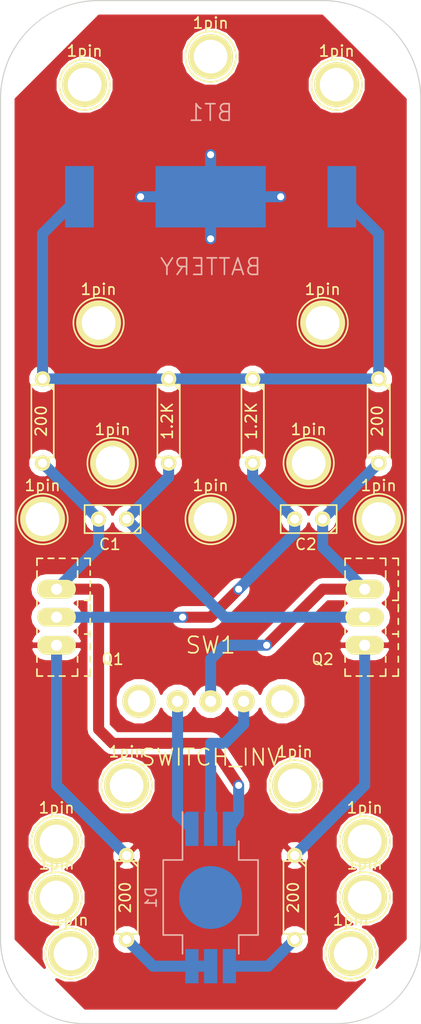
<source format=kicad_pcb>
(kicad_pcb (version 4) (host pcbnew "(2014-11-17 BZR 5289)-product")

  (general
    (links 24)
    (no_connects 0)
    (area 0 0 0 0)
    (thickness 1.6)
    (drawings 8)
    (tracks 64)
    (zones 0)
    (modules 31)
    (nets 11)
  )

  (page A4)
  (layers
    (0 F.Cu signal)
    (31 B.Cu signal)
    (32 B.Adhes user)
    (33 F.Adhes user)
    (34 B.Paste user)
    (35 F.Paste user)
    (36 B.SilkS user)
    (37 F.SilkS user)
    (38 B.Mask user)
    (39 F.Mask user)
    (40 Dwgs.User user)
    (41 Cmts.User user)
    (42 Eco1.User user)
    (43 Eco2.User user)
    (44 Edge.Cuts user)
    (45 Margin user)
    (46 B.CrtYd user)
    (47 F.CrtYd user)
    (48 B.Fab user)
    (49 F.Fab user)
  )

  (setup
    (last_trace_width 1)
    (user_trace_width 1)
    (trace_clearance 0.25)
    (zone_clearance 0.508)
    (zone_45_only no)
    (trace_min 0.254)
    (segment_width 0.2)
    (edge_width 0.1)
    (via_size 0.889)
    (via_drill 0.635)
    (via_min_size 0.889)
    (via_min_drill 0.508)
    (uvia_size 0.508)
    (uvia_drill 0.127)
    (uvias_allowed no)
    (uvia_min_size 0.508)
    (uvia_min_drill 0.127)
    (pcb_text_width 0.3)
    (pcb_text_size 1.5 1.5)
    (mod_edge_width 0.15)
    (mod_text_size 1 1)
    (mod_text_width 0.15)
    (pad_size 1.5 1.5)
    (pad_drill 0.6)
    (pad_to_mask_clearance 0)
    (aux_axis_origin 0 0)
    (visible_elements FFFFFF7F)
    (pcbplotparams
      (layerselection 0x00030_80000001)
      (usegerberextensions false)
      (excludeedgelayer true)
      (linewidth 0.100000)
      (plotframeref false)
      (viasonmask false)
      (mode 1)
      (useauxorigin false)
      (hpglpennumber 1)
      (hpglpenspeed 20)
      (hpglpendiameter 15)
      (hpglpenoverlay 2)
      (psnegative false)
      (psa4output false)
      (plotreference true)
      (plotvalue true)
      (plotinvisibletext false)
      (padsonsilk false)
      (subtractmaskfromsilk false)
      (outputformat 1)
      (mirror false)
      (drillshape 1)
      (scaleselection 1)
      (outputdirectory ""))
  )

  (net 0 "")
  (net 1 "Net-(BT1-Pad2)")
  (net 2 "Net-(BT1-Pad1)")
  (net 3 "Net-(C1-Pad1)")
  (net 4 "Net-(D1-PadBC)")
  (net 5 "Net-(D1-PadGC)")
  (net 6 "Net-(D1-PadRA)")
  (net 7 "Net-(D1-PadGA)")
  (net 8 "Net-(C1-Pad2)")
  (net 9 "Net-(C2-Pad2)")
  (net 10 "Net-(C2-Pad1)")

  (net_class Default "This is the default net class."
    (clearance 0.25)
    (trace_width 1)
    (via_dia 0.889)
    (via_drill 0.635)
    (uvia_dia 0.508)
    (uvia_drill 0.127)
    (add_net "Net-(BT1-Pad1)")
    (add_net "Net-(BT1-Pad2)")
    (add_net "Net-(C1-Pad1)")
    (add_net "Net-(C1-Pad2)")
    (add_net "Net-(C2-Pad1)")
    (add_net "Net-(C2-Pad2)")
    (add_net "Net-(D1-PadBC)")
    (add_net "Net-(D1-PadGA)")
    (add_net "Net-(D1-PadGC)")
    (add_net "Net-(D1-PadRA)")
  )

  (module cr2032:BC2003-CR2032 (layer B.Cu) (tedit 548EE840) (tstamp 548EEEC0)
    (at 153.67 36.83)
    (path /548F4998)
    (fp_text reference BT1 (at 0 -7.62) (layer B.SilkS)
      (effects (font (size 1.5 1.5) (thickness 0.15)) (justify mirror))
    )
    (fp_text value BATTERY (at 0 6.35) (layer B.SilkS)
      (effects (font (size 1.5 1.5) (thickness 0.15)) (justify mirror))
    )
    (pad 2 smd rect (at 0 0) (size 10 5.56) (layers B.Cu B.Paste B.Mask)
      (net 1 "Net-(BT1-Pad2)"))
    (pad 1 smd rect (at 11.9 0) (size 2.6 5.56) (layers B.Cu B.Paste B.Mask)
      (net 2 "Net-(BT1-Pad1)"))
    (pad 1 smd rect (at -11.9 0) (size 2.6 5.56) (layers B.Cu B.Paste B.Mask)
      (net 2 "Net-(BT1-Pad1)"))
  )

  (module Discret:C1 (layer F.Cu) (tedit 548EEE3A) (tstamp 548EEECB)
    (at 144.78 66.04 180)
    (descr "Condensateur e = 1 pas")
    (tags C)
    (path /548E48EF)
    (fp_text reference C1 (at 0.254 -2.286 180) (layer F.SilkS)
      (effects (font (size 1 1) (thickness 0.15)))
    )
    (fp_text value 100uF (at 0 -2.286 180) (layer F.SilkS) hide
      (effects (font (size 1 1) (thickness 0.15)))
    )
    (fp_line (start -2.4892 -1.27) (end 2.54 -1.27) (layer F.SilkS) (width 0.15))
    (fp_line (start 2.54 -1.27) (end 2.54 1.27) (layer F.SilkS) (width 0.15))
    (fp_line (start 2.54 1.27) (end -2.54 1.27) (layer F.SilkS) (width 0.15))
    (fp_line (start -2.54 1.27) (end -2.54 -1.27) (layer F.SilkS) (width 0.15))
    (fp_line (start -2.54 -0.635) (end -1.905 -1.27) (layer F.SilkS) (width 0.15))
    (pad 1 thru_hole circle (at -1.27 0 180) (size 1.397 1.397) (drill 0.8128) (layers *.Cu *.Mask F.SilkS)
      (net 3 "Net-(C1-Pad1)"))
    (pad 2 thru_hole circle (at 1.27 0 180) (size 1.397 1.397) (drill 0.8128) (layers *.Cu *.Mask F.SilkS)
      (net 8 "Net-(C1-Pad2)"))
    (model Discret/C1.wrl
      (at (xyz 0 0 0))
      (scale (xyz 1 1 1))
      (rotate (xyz 0 0 0))
    )
  )

  (module Discret:C1 (layer F.Cu) (tedit 548EEE3A) (tstamp 548EEED6)
    (at 162.56 66.04 180)
    (descr "Condensateur e = 1 pas")
    (tags C)
    (path /548E4921)
    (fp_text reference C2 (at 0.254 -2.286 180) (layer F.SilkS)
      (effects (font (size 1 1) (thickness 0.15)))
    )
    (fp_text value 100uF (at 0 -2.286 180) (layer F.SilkS) hide
      (effects (font (size 1 1) (thickness 0.15)))
    )
    (fp_line (start -2.4892 -1.27) (end 2.54 -1.27) (layer F.SilkS) (width 0.15))
    (fp_line (start 2.54 -1.27) (end 2.54 1.27) (layer F.SilkS) (width 0.15))
    (fp_line (start 2.54 1.27) (end -2.54 1.27) (layer F.SilkS) (width 0.15))
    (fp_line (start -2.54 1.27) (end -2.54 -1.27) (layer F.SilkS) (width 0.15))
    (fp_line (start -2.54 -0.635) (end -1.905 -1.27) (layer F.SilkS) (width 0.15))
    (pad 1 thru_hole circle (at -1.27 0 180) (size 1.397 1.397) (drill 0.8128) (layers *.Cu *.Mask F.SilkS)
      (net 10 "Net-(C2-Pad1)"))
    (pad 2 thru_hole circle (at 1.27 0 180) (size 1.397 1.397) (drill 0.8128) (layers *.Cu *.Mask F.SilkS)
      (net 9 "Net-(C2-Pad2)"))
    (model Discret/C1.wrl
      (at (xyz 0 0 0))
      (scale (xyz 1 1 1))
      (rotate (xyz 0 0 0))
    )
  )

  (module LEDs:LED_RGB_Getian_GT-P6PRGB4303 (layer B.Cu) (tedit 548EEE39) (tstamp 548EEEEC)
    (at 153.67 100.33 270)
    (descr https://www.gme.sk/img/cache/doc/518/177/vykonova-led-getian-gt-p6prgb4303-datasheet-1.pdf)
    (tags "LED RGB ")
    (path /548E520A)
    (fp_text reference D1 (at 0 5.4 270) (layer B.SilkS)
      (effects (font (size 1 1) (thickness 0.15)) (justify mirror))
    )
    (fp_text value LED_RGB (at 0 -5.45 270) (layer B.SilkS) hide
      (effects (font (size 1 1) (thickness 0.15)) (justify mirror))
    )
    (fp_line (start 3.4 4.3) (end -3.4 4.3) (layer B.SilkS) (width 0.15))
    (fp_line (start -5.1 -2.55) (end -3.4 -2.55) (layer B.SilkS) (width 0.15))
    (fp_line (start -3.4 -2.55) (end -3.4 -4.3) (layer B.SilkS) (width 0.15))
    (fp_line (start 3.4 -2.55) (end 3.4 -4.3) (layer B.SilkS) (width 0.15))
    (fp_line (start 3.4 -4.3) (end -3.4 -4.3) (layer B.SilkS) (width 0.15))
    (fp_line (start 5.1 -2.55) (end 3.4 -2.55) (layer B.SilkS) (width 0.15))
    (fp_line (start 4.7 2.55) (end 5.1 2.55) (layer B.SilkS) (width 0.15))
    (fp_line (start 3.4 4.3) (end 3.4 2.55) (layer B.SilkS) (width 0.15))
    (fp_line (start 3.4 2.55) (end 4.7 2.55) (layer B.SilkS) (width 0.15))
    (fp_line (start -3.4 4.3) (end -3.4 2.55) (layer B.SilkS) (width 0.15))
    (fp_line (start -7.75 2.55) (end -3.4 2.55) (layer B.SilkS) (width 0.15))
    (pad BC smd rect (at 6.225 -1.7 90) (size 3.1 1.2) (layers B.Cu B.Paste B.Mask)
      (net 4 "Net-(D1-PadBC)"))
    (pad GC smd rect (at 6.225 0 90) (size 3.1 1.2) (layers B.Cu B.Paste B.Mask)
      (net 5 "Net-(D1-PadGC)"))
    (pad RC smd rect (at 6.225 1.7 90) (size 3.1 1.2) (layers B.Cu B.Paste B.Mask)
      (net 5 "Net-(D1-PadGC)"))
    (pad PAD smd circle (at 0 0 270) (size 5.7 5.7) (layers B.Cu B.Paste B.Mask))
    (pad RA smd rect (at -6.225 1.7 270) (size 3.1 1.2) (layers B.Cu B.Paste B.Mask)
      (net 6 "Net-(D1-PadRA)"))
    (pad GA smd rect (at -6.225 0 270) (size 3.1 1.2) (layers B.Cu B.Paste B.Mask)
      (net 7 "Net-(D1-PadGA)"))
    (pad BA smd rect (at -6.225 -1.7 270) (size 3.1 1.2) (layers B.Cu B.Paste B.Mask)
      (net 8 "Net-(C1-Pad2)"))
  )

  (module Transistors_TO-220:TO-220_Neutral123_Vertical_MountedFromLS_LargePads (layer F.Cu) (tedit 548EFBBF) (tstamp 548EEF17)
    (at 139.7 74.93 270)
    (descr "TO-220, Neutral, Vertical, Mounted from LS, large Pads,")
    (tags "TO-220, Neutral, Vertical, Mounted from LS, large Pads,")
    (path /548E479B)
    (fp_text reference Q1 (at 3.81 -5.08 360) (layer F.SilkS)
      (effects (font (size 1 1) (thickness 0.15)))
    )
    (fp_text value 2N3904 (at 0 3.81 270) (layer F.SilkS) hide
      (effects (font (size 1 1) (thickness 0.15)))
    )
    (fp_line (start -3.556 1.778) (end -4.191 1.778) (layer F.SilkS) (width 0.15))
    (fp_line (start -1.016 1.778) (end -1.524 1.778) (layer F.SilkS) (width 0.15))
    (fp_line (start 1.524 1.778) (end 1.016 1.778) (layer F.SilkS) (width 0.15))
    (fp_line (start 1.016 -1.905) (end 1.524 -1.905) (layer F.SilkS) (width 0.15))
    (fp_line (start -1.524 -1.905) (end -1.016 -1.905) (layer F.SilkS) (width 0.15))
    (fp_line (start -3.81 -1.905) (end -3.556 -1.905) (layer F.SilkS) (width 0.15))
    (fp_line (start -1.524 -3.048) (end -1.524 -2.54) (layer F.SilkS) (width 0.15))
    (fp_line (start 1.524 -3.048) (end 1.524 -2.54) (layer F.SilkS) (width 0.15))
    (fp_line (start 4.699 -1.905) (end 5.334 -1.905) (layer F.SilkS) (width 0.15))
    (fp_line (start 3.556 -1.905) (end 4.064 -1.905) (layer F.SilkS) (width 0.15))
    (fp_line (start -4.699 -1.905) (end -5.334 -1.905) (layer F.SilkS) (width 0.15))
    (fp_line (start -3.81 -1.905) (end -4.191 -1.905) (layer F.SilkS) (width 0.15))
    (fp_line (start 4.699 -3.048) (end 5.334 -3.048) (layer F.SilkS) (width 0.15))
    (fp_line (start 3.556 -3.048) (end 4.064 -3.048) (layer F.SilkS) (width 0.15))
    (fp_line (start 2.413 -3.048) (end 2.921 -3.048) (layer F.SilkS) (width 0.15))
    (fp_line (start 1.27 -3.048) (end 1.778 -3.048) (layer F.SilkS) (width 0.15))
    (fp_line (start 0.127 -3.048) (end 0.635 -3.048) (layer F.SilkS) (width 0.15))
    (fp_line (start -1.143 -3.048) (end -0.508 -3.048) (layer F.SilkS) (width 0.15))
    (fp_line (start -2.286 -3.048) (end -1.651 -3.048) (layer F.SilkS) (width 0.15))
    (fp_line (start -3.302 -3.048) (end -2.794 -3.048) (layer F.SilkS) (width 0.15))
    (fp_line (start -4.191 -3.048) (end -3.81 -3.048) (layer F.SilkS) (width 0.15))
    (fp_line (start -5.334 -3.048) (end -4.699 -3.048) (layer F.SilkS) (width 0.15))
    (fp_line (start 5.334 1.27) (end 5.334 1.778) (layer F.SilkS) (width 0.15))
    (fp_line (start 5.334 0.254) (end 5.334 0.762) (layer F.SilkS) (width 0.15))
    (fp_line (start 5.334 -0.762) (end 5.334 -0.254) (layer F.SilkS) (width 0.15))
    (fp_line (start 5.334 -1.905) (end 5.334 -1.397) (layer F.SilkS) (width 0.15))
    (fp_line (start 5.334 -3.048) (end 5.334 -2.54) (layer F.SilkS) (width 0.15))
    (fp_line (start -5.334 -2.54) (end -5.334 -3.048) (layer F.SilkS) (width 0.15))
    (fp_line (start -5.334 -1.397) (end -5.334 -1.905) (layer F.SilkS) (width 0.15))
    (fp_line (start -5.334 -0.254) (end -5.334 -0.762) (layer F.SilkS) (width 0.15))
    (fp_line (start -5.334 0.762) (end -5.334 0.254) (layer F.SilkS) (width 0.15))
    (fp_line (start -5.334 1.778) (end -5.334 1.27) (layer F.SilkS) (width 0.15))
    (fp_line (start 4.699 1.778) (end 5.334 1.778) (layer F.SilkS) (width 0.15))
    (fp_line (start 3.556 1.778) (end 4.064 1.778) (layer F.SilkS) (width 0.15))
    (fp_line (start -5.334 1.778) (end -4.953 1.778) (layer F.SilkS) (width 0.15))
    (fp_line (start -4.953 1.778) (end -4.699 1.778) (layer F.SilkS) (width 0.15))
    (pad 2 thru_hole oval (at 0 0) (size 3.50012 1.69926) (drill 1.00076) (layers *.Cu *.Mask F.SilkS)
      (net 9 "Net-(C2-Pad2)"))
    (pad 3 thru_hole oval (at -2.54 0) (size 3.50012 1.69926) (drill 1.00076) (layers *.Cu *.Mask F.SilkS)
      (net 8 "Net-(C1-Pad2)"))
    (pad 1 thru_hole oval (at 2.54 0) (size 3.50012 1.69926) (drill 1.00076) (layers *.Cu *.Mask F.SilkS)
      (net 1 "Net-(BT1-Pad2)"))
    (model Transistors_TO-220/TO-220_Neutral123_Vertical_MountedFromLS_LargePads.wrl
      (at (xyz 0 0 0))
      (scale (xyz 0.3937 0.3937 0.3937))
      (rotate (xyz 0 0 0))
    )
  )

  (module Transistors_TO-220:TO-220_Neutral123_Vertical_MountedFromLS_LargePads (layer F.Cu) (tedit 548EFBB8) (tstamp 548EEF42)
    (at 167.64 74.93 270)
    (descr "TO-220, Neutral, Vertical, Mounted from LS, large Pads,")
    (tags "TO-220, Neutral, Vertical, Mounted from LS, large Pads,")
    (path /548E47FB)
    (fp_text reference Q2 (at 3.81 3.81 360) (layer F.SilkS)
      (effects (font (size 1 1) (thickness 0.15)))
    )
    (fp_text value 2N3904 (at 0 3.81 270) (layer F.SilkS) hide
      (effects (font (size 1 1) (thickness 0.15)))
    )
    (fp_line (start -3.556 1.778) (end -4.191 1.778) (layer F.SilkS) (width 0.15))
    (fp_line (start -1.016 1.778) (end -1.524 1.778) (layer F.SilkS) (width 0.15))
    (fp_line (start 1.524 1.778) (end 1.016 1.778) (layer F.SilkS) (width 0.15))
    (fp_line (start 1.016 -1.905) (end 1.524 -1.905) (layer F.SilkS) (width 0.15))
    (fp_line (start -1.524 -1.905) (end -1.016 -1.905) (layer F.SilkS) (width 0.15))
    (fp_line (start -3.81 -1.905) (end -3.556 -1.905) (layer F.SilkS) (width 0.15))
    (fp_line (start -1.524 -3.048) (end -1.524 -2.54) (layer F.SilkS) (width 0.15))
    (fp_line (start 1.524 -3.048) (end 1.524 -2.54) (layer F.SilkS) (width 0.15))
    (fp_line (start 4.699 -1.905) (end 5.334 -1.905) (layer F.SilkS) (width 0.15))
    (fp_line (start 3.556 -1.905) (end 4.064 -1.905) (layer F.SilkS) (width 0.15))
    (fp_line (start -4.699 -1.905) (end -5.334 -1.905) (layer F.SilkS) (width 0.15))
    (fp_line (start -3.81 -1.905) (end -4.191 -1.905) (layer F.SilkS) (width 0.15))
    (fp_line (start 4.699 -3.048) (end 5.334 -3.048) (layer F.SilkS) (width 0.15))
    (fp_line (start 3.556 -3.048) (end 4.064 -3.048) (layer F.SilkS) (width 0.15))
    (fp_line (start 2.413 -3.048) (end 2.921 -3.048) (layer F.SilkS) (width 0.15))
    (fp_line (start 1.27 -3.048) (end 1.778 -3.048) (layer F.SilkS) (width 0.15))
    (fp_line (start 0.127 -3.048) (end 0.635 -3.048) (layer F.SilkS) (width 0.15))
    (fp_line (start -1.143 -3.048) (end -0.508 -3.048) (layer F.SilkS) (width 0.15))
    (fp_line (start -2.286 -3.048) (end -1.651 -3.048) (layer F.SilkS) (width 0.15))
    (fp_line (start -3.302 -3.048) (end -2.794 -3.048) (layer F.SilkS) (width 0.15))
    (fp_line (start -4.191 -3.048) (end -3.81 -3.048) (layer F.SilkS) (width 0.15))
    (fp_line (start -5.334 -3.048) (end -4.699 -3.048) (layer F.SilkS) (width 0.15))
    (fp_line (start 5.334 1.27) (end 5.334 1.778) (layer F.SilkS) (width 0.15))
    (fp_line (start 5.334 0.254) (end 5.334 0.762) (layer F.SilkS) (width 0.15))
    (fp_line (start 5.334 -0.762) (end 5.334 -0.254) (layer F.SilkS) (width 0.15))
    (fp_line (start 5.334 -1.905) (end 5.334 -1.397) (layer F.SilkS) (width 0.15))
    (fp_line (start 5.334 -3.048) (end 5.334 -2.54) (layer F.SilkS) (width 0.15))
    (fp_line (start -5.334 -2.54) (end -5.334 -3.048) (layer F.SilkS) (width 0.15))
    (fp_line (start -5.334 -1.397) (end -5.334 -1.905) (layer F.SilkS) (width 0.15))
    (fp_line (start -5.334 -0.254) (end -5.334 -0.762) (layer F.SilkS) (width 0.15))
    (fp_line (start -5.334 0.762) (end -5.334 0.254) (layer F.SilkS) (width 0.15))
    (fp_line (start -5.334 1.778) (end -5.334 1.27) (layer F.SilkS) (width 0.15))
    (fp_line (start 4.699 1.778) (end 5.334 1.778) (layer F.SilkS) (width 0.15))
    (fp_line (start 3.556 1.778) (end 4.064 1.778) (layer F.SilkS) (width 0.15))
    (fp_line (start -5.334 1.778) (end -4.953 1.778) (layer F.SilkS) (width 0.15))
    (fp_line (start -4.953 1.778) (end -4.699 1.778) (layer F.SilkS) (width 0.15))
    (pad 2 thru_hole oval (at 0 0) (size 3.50012 1.69926) (drill 1.00076) (layers *.Cu *.Mask F.SilkS)
      (net 3 "Net-(C1-Pad1)"))
    (pad 3 thru_hole oval (at -2.54 0) (size 3.50012 1.69926) (drill 1.00076) (layers *.Cu *.Mask F.SilkS)
      (net 10 "Net-(C2-Pad1)"))
    (pad 1 thru_hole oval (at 2.54 0) (size 3.50012 1.69926) (drill 1.00076) (layers *.Cu *.Mask F.SilkS)
      (net 1 "Net-(BT1-Pad2)"))
    (model Transistors_TO-220/TO-220_Neutral123_Vertical_MountedFromLS_LargePads.wrl
      (at (xyz 0 0 0))
      (scale (xyz 0.3937 0.3937 0.3937))
      (rotate (xyz 0 0 0))
    )
  )

  (module Discret:R3 (layer F.Cu) (tedit 548EEE3A) (tstamp 548EF404)
    (at 138.43 57.15 270)
    (descr "Resitance 3 pas")
    (tags R)
    (path /548E4BA7)
    (autoplace_cost180 10)
    (fp_text reference R1 (at 0 0.127 270) (layer F.SilkS) hide
      (effects (font (size 1 1) (thickness 0.15)))
    )
    (fp_text value 200 (at 0 0.127 270) (layer F.SilkS)
      (effects (font (size 1 1) (thickness 0.15)))
    )
    (fp_line (start -3.81 0) (end -3.302 0) (layer F.SilkS) (width 0.15))
    (fp_line (start 3.81 0) (end 3.302 0) (layer F.SilkS) (width 0.15))
    (fp_line (start 3.302 0) (end 3.302 -1.016) (layer F.SilkS) (width 0.15))
    (fp_line (start 3.302 -1.016) (end -3.302 -1.016) (layer F.SilkS) (width 0.15))
    (fp_line (start -3.302 -1.016) (end -3.302 1.016) (layer F.SilkS) (width 0.15))
    (fp_line (start -3.302 1.016) (end 3.302 1.016) (layer F.SilkS) (width 0.15))
    (fp_line (start 3.302 1.016) (end 3.302 0) (layer F.SilkS) (width 0.15))
    (fp_line (start -3.302 -0.508) (end -2.794 -1.016) (layer F.SilkS) (width 0.15))
    (pad 1 thru_hole circle (at -3.81 0 270) (size 1.397 1.397) (drill 0.8128) (layers *.Cu *.Mask F.SilkS)
      (net 2 "Net-(BT1-Pad1)"))
    (pad 2 thru_hole circle (at 3.81 0 270) (size 1.397 1.397) (drill 0.8128) (layers *.Cu *.Mask F.SilkS)
      (net 8 "Net-(C1-Pad2)"))
    (model Discret/R3.wrl
      (at (xyz 0 0 0))
      (scale (xyz 0.3 0.3 0.3))
      (rotate (xyz 0 0 0))
    )
  )

  (module Discret:R3 (layer F.Cu) (tedit 548EEE3A) (tstamp 548EEF5E)
    (at 161.29 100.33 270)
    (descr "Resitance 3 pas")
    (tags R)
    (path /548E5516)
    (autoplace_cost180 10)
    (fp_text reference R2 (at 0 0.127 270) (layer F.SilkS) hide
      (effects (font (size 1 1) (thickness 0.15)))
    )
    (fp_text value 200 (at 0 0.127 270) (layer F.SilkS)
      (effects (font (size 1 1) (thickness 0.15)))
    )
    (fp_line (start -3.81 0) (end -3.302 0) (layer F.SilkS) (width 0.15))
    (fp_line (start 3.81 0) (end 3.302 0) (layer F.SilkS) (width 0.15))
    (fp_line (start 3.302 0) (end 3.302 -1.016) (layer F.SilkS) (width 0.15))
    (fp_line (start 3.302 -1.016) (end -3.302 -1.016) (layer F.SilkS) (width 0.15))
    (fp_line (start -3.302 -1.016) (end -3.302 1.016) (layer F.SilkS) (width 0.15))
    (fp_line (start -3.302 1.016) (end 3.302 1.016) (layer F.SilkS) (width 0.15))
    (fp_line (start 3.302 1.016) (end 3.302 0) (layer F.SilkS) (width 0.15))
    (fp_line (start -3.302 -0.508) (end -2.794 -1.016) (layer F.SilkS) (width 0.15))
    (pad 1 thru_hole circle (at -3.81 0 270) (size 1.397 1.397) (drill 0.8128) (layers *.Cu *.Mask F.SilkS)
      (net 1 "Net-(BT1-Pad2)"))
    (pad 2 thru_hole circle (at 3.81 0 270) (size 1.397 1.397) (drill 0.8128) (layers *.Cu *.Mask F.SilkS)
      (net 4 "Net-(D1-PadBC)"))
    (model Discret/R3.wrl
      (at (xyz 0 0 0))
      (scale (xyz 0.3 0.3 0.3))
      (rotate (xyz 0 0 0))
    )
  )

  (module Discret:R3 (layer F.Cu) (tedit 548EEE3A) (tstamp 548EEF6C)
    (at 149.86 57.15 270)
    (descr "Resitance 3 pas")
    (tags R)
    (path /548E496A)
    (autoplace_cost180 10)
    (fp_text reference R3 (at 0 0.127 270) (layer F.SilkS) hide
      (effects (font (size 1 1) (thickness 0.15)))
    )
    (fp_text value 1.2K (at 0 0.127 270) (layer F.SilkS)
      (effects (font (size 1 1) (thickness 0.15)))
    )
    (fp_line (start -3.81 0) (end -3.302 0) (layer F.SilkS) (width 0.15))
    (fp_line (start 3.81 0) (end 3.302 0) (layer F.SilkS) (width 0.15))
    (fp_line (start 3.302 0) (end 3.302 -1.016) (layer F.SilkS) (width 0.15))
    (fp_line (start 3.302 -1.016) (end -3.302 -1.016) (layer F.SilkS) (width 0.15))
    (fp_line (start -3.302 -1.016) (end -3.302 1.016) (layer F.SilkS) (width 0.15))
    (fp_line (start -3.302 1.016) (end 3.302 1.016) (layer F.SilkS) (width 0.15))
    (fp_line (start 3.302 1.016) (end 3.302 0) (layer F.SilkS) (width 0.15))
    (fp_line (start -3.302 -0.508) (end -2.794 -1.016) (layer F.SilkS) (width 0.15))
    (pad 1 thru_hole circle (at -3.81 0 270) (size 1.397 1.397) (drill 0.8128) (layers *.Cu *.Mask F.SilkS)
      (net 2 "Net-(BT1-Pad1)"))
    (pad 2 thru_hole circle (at 3.81 0 270) (size 1.397 1.397) (drill 0.8128) (layers *.Cu *.Mask F.SilkS)
      (net 3 "Net-(C1-Pad1)"))
    (model Discret/R3.wrl
      (at (xyz 0 0 0))
      (scale (xyz 0.3 0.3 0.3))
      (rotate (xyz 0 0 0))
    )
  )

  (module Discret:R3 (layer F.Cu) (tedit 548EEE3A) (tstamp 548EEF7A)
    (at 157.48 57.15 270)
    (descr "Resitance 3 pas")
    (tags R)
    (path /548E4B2E)
    (autoplace_cost180 10)
    (fp_text reference R4 (at 0 0.127 270) (layer F.SilkS) hide
      (effects (font (size 1 1) (thickness 0.15)))
    )
    (fp_text value 1.2K (at 0 0.127 270) (layer F.SilkS)
      (effects (font (size 1 1) (thickness 0.15)))
    )
    (fp_line (start -3.81 0) (end -3.302 0) (layer F.SilkS) (width 0.15))
    (fp_line (start 3.81 0) (end 3.302 0) (layer F.SilkS) (width 0.15))
    (fp_line (start 3.302 0) (end 3.302 -1.016) (layer F.SilkS) (width 0.15))
    (fp_line (start 3.302 -1.016) (end -3.302 -1.016) (layer F.SilkS) (width 0.15))
    (fp_line (start -3.302 -1.016) (end -3.302 1.016) (layer F.SilkS) (width 0.15))
    (fp_line (start -3.302 1.016) (end 3.302 1.016) (layer F.SilkS) (width 0.15))
    (fp_line (start 3.302 1.016) (end 3.302 0) (layer F.SilkS) (width 0.15))
    (fp_line (start -3.302 -0.508) (end -2.794 -1.016) (layer F.SilkS) (width 0.15))
    (pad 1 thru_hole circle (at -3.81 0 270) (size 1.397 1.397) (drill 0.8128) (layers *.Cu *.Mask F.SilkS)
      (net 2 "Net-(BT1-Pad1)"))
    (pad 2 thru_hole circle (at 3.81 0 270) (size 1.397 1.397) (drill 0.8128) (layers *.Cu *.Mask F.SilkS)
      (net 9 "Net-(C2-Pad2)"))
    (model Discret/R3.wrl
      (at (xyz 0 0 0))
      (scale (xyz 0.3 0.3 0.3))
      (rotate (xyz 0 0 0))
    )
  )

  (module Discret:R3 (layer F.Cu) (tedit 548EEE3A) (tstamp 548EEF88)
    (at 146.05 100.33 270)
    (descr "Resitance 3 pas")
    (tags R)
    (path /548E5495)
    (autoplace_cost180 10)
    (fp_text reference R5 (at 0 0.127 270) (layer F.SilkS) hide
      (effects (font (size 1 1) (thickness 0.15)))
    )
    (fp_text value 200 (at 0 0.127 270) (layer F.SilkS)
      (effects (font (size 1 1) (thickness 0.15)))
    )
    (fp_line (start -3.81 0) (end -3.302 0) (layer F.SilkS) (width 0.15))
    (fp_line (start 3.81 0) (end 3.302 0) (layer F.SilkS) (width 0.15))
    (fp_line (start 3.302 0) (end 3.302 -1.016) (layer F.SilkS) (width 0.15))
    (fp_line (start 3.302 -1.016) (end -3.302 -1.016) (layer F.SilkS) (width 0.15))
    (fp_line (start -3.302 -1.016) (end -3.302 1.016) (layer F.SilkS) (width 0.15))
    (fp_line (start -3.302 1.016) (end 3.302 1.016) (layer F.SilkS) (width 0.15))
    (fp_line (start 3.302 1.016) (end 3.302 0) (layer F.SilkS) (width 0.15))
    (fp_line (start -3.302 -0.508) (end -2.794 -1.016) (layer F.SilkS) (width 0.15))
    (pad 1 thru_hole circle (at -3.81 0 270) (size 1.397 1.397) (drill 0.8128) (layers *.Cu *.Mask F.SilkS)
      (net 1 "Net-(BT1-Pad2)"))
    (pad 2 thru_hole circle (at 3.81 0 270) (size 1.397 1.397) (drill 0.8128) (layers *.Cu *.Mask F.SilkS)
      (net 5 "Net-(D1-PadGC)"))
    (model Discret/R3.wrl
      (at (xyz 0 0 0))
      (scale (xyz 0.3 0.3 0.3))
      (rotate (xyz 0 0 0))
    )
  )

  (module Discret:R3 (layer F.Cu) (tedit 548EEE3A) (tstamp 548EEF96)
    (at 168.91 57.15 270)
    (descr "Resitance 3 pas")
    (tags R)
    (path /548E4B71)
    (autoplace_cost180 10)
    (fp_text reference R6 (at 0 0.127 270) (layer F.SilkS) hide
      (effects (font (size 1 1) (thickness 0.15)))
    )
    (fp_text value 200 (at 0 0.127 270) (layer F.SilkS)
      (effects (font (size 1 1) (thickness 0.15)))
    )
    (fp_line (start -3.81 0) (end -3.302 0) (layer F.SilkS) (width 0.15))
    (fp_line (start 3.81 0) (end 3.302 0) (layer F.SilkS) (width 0.15))
    (fp_line (start 3.302 0) (end 3.302 -1.016) (layer F.SilkS) (width 0.15))
    (fp_line (start 3.302 -1.016) (end -3.302 -1.016) (layer F.SilkS) (width 0.15))
    (fp_line (start -3.302 -1.016) (end -3.302 1.016) (layer F.SilkS) (width 0.15))
    (fp_line (start -3.302 1.016) (end 3.302 1.016) (layer F.SilkS) (width 0.15))
    (fp_line (start 3.302 1.016) (end 3.302 0) (layer F.SilkS) (width 0.15))
    (fp_line (start -3.302 -0.508) (end -2.794 -1.016) (layer F.SilkS) (width 0.15))
    (pad 1 thru_hole circle (at -3.81 0 270) (size 1.397 1.397) (drill 0.8128) (layers *.Cu *.Mask F.SilkS)
      (net 2 "Net-(BT1-Pad1)"))
    (pad 2 thru_hole circle (at 3.81 0 270) (size 1.397 1.397) (drill 0.8128) (layers *.Cu *.Mask F.SilkS)
      (net 10 "Net-(C2-Pad1)"))
    (model Discret/R3.wrl
      (at (xyz 0 0 0))
      (scale (xyz 0.3 0.3 0.3))
      (rotate (xyz 0 0 0))
    )
  )

  (module cr2032:SWITCH3P (layer F.Cu) (tedit 548EEC9B) (tstamp 548EEF9F)
    (at 153.67 82.55)
    (path /548E57F2)
    (fp_text reference SW1 (at 0 -5.08) (layer F.SilkS)
      (effects (font (size 1.5 1.5) (thickness 0.15)))
    )
    (fp_text value SWITCH_INV (at 0 5.08) (layer F.SilkS)
      (effects (font (size 1.5 1.5) (thickness 0.15)))
    )
    (pad 1 thru_hole circle (at -3 0) (size 2 2) (drill 1) (layers *.Cu *.Mask F.SilkS)
      (net 6 "Net-(D1-PadRA)"))
    (pad 2 thru_hole circle (at 0 0) (size 2 2) (drill 1) (layers *.Cu *.Mask F.SilkS)
      (net 10 "Net-(C2-Pad1)"))
    (pad 3 thru_hole circle (at 3 0) (size 2 2) (drill 1) (layers *.Cu *.Mask F.SilkS)
      (net 7 "Net-(D1-PadGA)"))
    (pad "" thru_hole circle (at 6.5 0) (size 3 3) (drill 2) (layers *.Cu *.Mask F.SilkS))
    (pad "" thru_hole circle (at -6.5 0) (size 3 3) (drill 2) (layers *.Cu *.Mask F.SilkS))
  )

  (module Connect:1pin (layer F.Cu) (tedit 548EFD23) (tstamp 548EFD23)
    (at 139.7 100.33)
    (descr "module 1 pin (ou trou mecanique de percage)")
    (tags DEV)
    (fp_text reference 1pin (at 0 -3.048) (layer F.SilkS)
      (effects (font (size 1 1) (thickness 0.15)))
    )
    (fp_text value VAL** (at 0 2.794) (layer F.SilkS) hide
      (effects (font (size 1 1) (thickness 0.15)))
    )
    (fp_circle (center 0 0) (end 0 -2.286) (layer F.SilkS) (width 0.15))
    (pad 1 thru_hole circle (at 0 0) (size 4.064 4.064) (drill 3.048) (layers *.Cu *.Mask F.SilkS))
  )

  (module Connect:1pin (layer F.Cu) (tedit 548EFD66) (tstamp 548EFD66)
    (at 167.64 100.33)
    (descr "module 1 pin (ou trou mecanique de percage)")
    (tags DEV)
    (fp_text reference 1pin (at 0 -3.048) (layer F.SilkS)
      (effects (font (size 1 1) (thickness 0.15)))
    )
    (fp_text value VAL** (at 0 2.794) (layer F.SilkS) hide
      (effects (font (size 1 1) (thickness 0.15)))
    )
    (fp_circle (center 0 0) (end 0 -2.286) (layer F.SilkS) (width 0.15))
    (pad 1 thru_hole circle (at 0 0) (size 4.064 4.064) (drill 3.048) (layers *.Cu *.Mask F.SilkS))
  )

  (module Connect:1pin (layer F.Cu) (tedit 548EFD7C) (tstamp 548EFD7C)
    (at 142.24 26.67)
    (descr "module 1 pin (ou trou mecanique de percage)")
    (tags DEV)
    (fp_text reference 1pin (at 0 -3.048) (layer F.SilkS)
      (effects (font (size 1 1) (thickness 0.15)))
    )
    (fp_text value VAL** (at 0 2.794) (layer F.SilkS) hide
      (effects (font (size 1 1) (thickness 0.15)))
    )
    (fp_circle (center 0 0) (end 0 -2.286) (layer F.SilkS) (width 0.15))
    (pad 1 thru_hole circle (at 0 0) (size 4.064 4.064) (drill 3.048) (layers *.Cu *.Mask F.SilkS))
  )

  (module Connect:1pin (layer F.Cu) (tedit 548EFD89) (tstamp 548EFD89)
    (at 165.1 26.67)
    (descr "module 1 pin (ou trou mecanique de percage)")
    (tags DEV)
    (fp_text reference 1pin (at 0 -3.048) (layer F.SilkS)
      (effects (font (size 1 1) (thickness 0.15)))
    )
    (fp_text value VAL** (at 0 2.794) (layer F.SilkS) hide
      (effects (font (size 1 1) (thickness 0.15)))
    )
    (fp_circle (center 0 0) (end 0 -2.286) (layer F.SilkS) (width 0.15))
    (pad 1 thru_hole circle (at 0 0) (size 4.064 4.064) (drill 3.048) (layers *.Cu *.Mask F.SilkS))
  )

  (module Connect:1pin (layer F.Cu) (tedit 548EFD95) (tstamp 548EFD95)
    (at 153.67 24.13)
    (descr "module 1 pin (ou trou mecanique de percage)")
    (tags DEV)
    (fp_text reference 1pin (at 0 -3.048) (layer F.SilkS)
      (effects (font (size 1 1) (thickness 0.15)))
    )
    (fp_text value VAL** (at 0 2.794) (layer F.SilkS) hide
      (effects (font (size 1 1) (thickness 0.15)))
    )
    (fp_circle (center 0 0) (end 0 -2.286) (layer F.SilkS) (width 0.15))
    (pad 1 thru_hole circle (at 0 0) (size 4.064 4.064) (drill 3.048) (layers *.Cu *.Mask F.SilkS))
  )

  (module Connect:1pin (layer F.Cu) (tedit 548EFDAC) (tstamp 548EFDAC)
    (at 139.7 95.25)
    (descr "module 1 pin (ou trou mecanique de percage)")
    (tags DEV)
    (fp_text reference 1pin (at 0 -3.048) (layer F.SilkS)
      (effects (font (size 1 1) (thickness 0.15)))
    )
    (fp_text value VAL** (at 0 2.794) (layer F.SilkS) hide
      (effects (font (size 1 1) (thickness 0.15)))
    )
    (fp_circle (center 0 0) (end 0 -2.286) (layer F.SilkS) (width 0.15))
    (pad 1 thru_hole circle (at 0 0) (size 4.064 4.064) (drill 3.048) (layers *.Cu *.Mask F.SilkS))
  )

  (module Connect:1pin (layer F.Cu) (tedit 548EFDC8) (tstamp 548EFDC8)
    (at 167.64 95.25)
    (descr "module 1 pin (ou trou mecanique de percage)")
    (tags DEV)
    (fp_text reference 1pin (at 0 -3.048) (layer F.SilkS)
      (effects (font (size 1 1) (thickness 0.15)))
    )
    (fp_text value VAL** (at 0 2.794) (layer F.SilkS) hide
      (effects (font (size 1 1) (thickness 0.15)))
    )
    (fp_circle (center 0 0) (end 0 -2.286) (layer F.SilkS) (width 0.15))
    (pad 1 thru_hole circle (at 0 0) (size 4.064 4.064) (drill 3.048) (layers *.Cu *.Mask F.SilkS))
  )

  (module Connect:1pin (layer F.Cu) (tedit 548EFDCD) (tstamp 548EFDCE)
    (at 166.37 105.41)
    (descr "module 1 pin (ou trou mecanique de percage)")
    (tags DEV)
    (fp_text reference 1pin (at 0 -3.048) (layer F.SilkS)
      (effects (font (size 1 1) (thickness 0.15)))
    )
    (fp_text value VAL** (at 0 2.794) (layer F.SilkS) hide
      (effects (font (size 1 1) (thickness 0.15)))
    )
    (fp_circle (center 0 0) (end 0 -2.286) (layer F.SilkS) (width 0.15))
    (pad 1 thru_hole circle (at 0 0) (size 4.064 4.064) (drill 3.048) (layers *.Cu *.Mask F.SilkS))
  )

  (module Connect:1pin (layer F.Cu) (tedit 548EFDD3) (tstamp 548EFDD4)
    (at 140.97 105.41)
    (descr "module 1 pin (ou trou mecanique de percage)")
    (tags DEV)
    (fp_text reference 1pin (at 0 -3.048) (layer F.SilkS)
      (effects (font (size 1 1) (thickness 0.15)))
    )
    (fp_text value VAL** (at 0 2.794) (layer F.SilkS) hide
      (effects (font (size 1 1) (thickness 0.15)))
    )
    (fp_circle (center 0 0) (end 0 -2.286) (layer F.SilkS) (width 0.15))
    (pad 1 thru_hole circle (at 0 0) (size 4.064 4.064) (drill 3.048) (layers *.Cu *.Mask F.SilkS))
  )

  (module Connect:1pin (layer F.Cu) (tedit 548EFE22) (tstamp 548EFE22)
    (at 146.05 90.17)
    (descr "module 1 pin (ou trou mecanique de percage)")
    (tags DEV)
    (fp_text reference 1pin (at 0 -3.048) (layer F.SilkS)
      (effects (font (size 1 1) (thickness 0.15)))
    )
    (fp_text value VAL** (at 0 2.794) (layer F.SilkS) hide
      (effects (font (size 1 1) (thickness 0.15)))
    )
    (fp_circle (center 0 0) (end 0 -2.286) (layer F.SilkS) (width 0.15))
    (pad 1 thru_hole circle (at 0 0) (size 4.064 4.064) (drill 3.048) (layers *.Cu *.Mask F.SilkS))
  )

  (module Connect:1pin (layer F.Cu) (tedit 548EFE29) (tstamp 548EFE29)
    (at 161.29 90.17)
    (descr "module 1 pin (ou trou mecanique de percage)")
    (tags DEV)
    (fp_text reference 1pin (at 0 -3.048) (layer F.SilkS)
      (effects (font (size 1 1) (thickness 0.15)))
    )
    (fp_text value VAL** (at 0 2.794) (layer F.SilkS) hide
      (effects (font (size 1 1) (thickness 0.15)))
    )
    (fp_circle (center 0 0) (end 0 -2.286) (layer F.SilkS) (width 0.15))
    (pad 1 thru_hole circle (at 0 0) (size 4.064 4.064) (drill 3.048) (layers *.Cu *.Mask F.SilkS))
  )

  (module Connect:1pin (layer F.Cu) (tedit 548EFE69) (tstamp 548EFE69)
    (at 162.56 60.96)
    (descr "module 1 pin (ou trou mecanique de percage)")
    (tags DEV)
    (fp_text reference 1pin (at 0 -3.048) (layer F.SilkS)
      (effects (font (size 1 1) (thickness 0.15)))
    )
    (fp_text value VAL** (at 0 2.794) (layer F.SilkS) hide
      (effects (font (size 1 1) (thickness 0.15)))
    )
    (fp_circle (center 0 0) (end 0 -2.286) (layer F.SilkS) (width 0.15))
    (pad 1 thru_hole circle (at 0 0) (size 4.064 4.064) (drill 3.048) (layers *.Cu *.Mask F.SilkS))
  )

  (module Connect:1pin (layer F.Cu) (tedit 548EFE6F) (tstamp 548EFE6F)
    (at 144.78 60.96)
    (descr "module 1 pin (ou trou mecanique de percage)")
    (tags DEV)
    (fp_text reference 1pin (at 0 -3.048) (layer F.SilkS)
      (effects (font (size 1 1) (thickness 0.15)))
    )
    (fp_text value VAL** (at 0 2.794) (layer F.SilkS) hide
      (effects (font (size 1 1) (thickness 0.15)))
    )
    (fp_circle (center 0 0) (end 0 -2.286) (layer F.SilkS) (width 0.15))
    (pad 1 thru_hole circle (at 0 0) (size 4.064 4.064) (drill 3.048) (layers *.Cu *.Mask F.SilkS))
  )

  (module Connect:1pin (layer F.Cu) (tedit 548EFE7B) (tstamp 548EFE7B)
    (at 153.67 66.04)
    (descr "module 1 pin (ou trou mecanique de percage)")
    (tags DEV)
    (fp_text reference 1pin (at 0 -3.048) (layer F.SilkS)
      (effects (font (size 1 1) (thickness 0.15)))
    )
    (fp_text value VAL** (at 0 2.794) (layer F.SilkS) hide
      (effects (font (size 1 1) (thickness 0.15)))
    )
    (fp_circle (center 0 0) (end 0 -2.286) (layer F.SilkS) (width 0.15))
    (pad 1 thru_hole circle (at 0 0) (size 4.064 4.064) (drill 3.048) (layers *.Cu *.Mask F.SilkS))
  )

  (module Connect:1pin (layer F.Cu) (tedit 548EFE8B) (tstamp 548EFE8B)
    (at 163.83 48.26)
    (descr "module 1 pin (ou trou mecanique de percage)")
    (tags DEV)
    (fp_text reference 1pin (at 0 -3.048) (layer F.SilkS)
      (effects (font (size 1 1) (thickness 0.15)))
    )
    (fp_text value VAL** (at 0 2.794) (layer F.SilkS) hide
      (effects (font (size 1 1) (thickness 0.15)))
    )
    (fp_circle (center 0 0) (end 0 -2.286) (layer F.SilkS) (width 0.15))
    (pad 1 thru_hole circle (at 0 0) (size 4.064 4.064) (drill 3.048) (layers *.Cu *.Mask F.SilkS))
  )

  (module Connect:1pin (layer F.Cu) (tedit 548EFE90) (tstamp 548EFE91)
    (at 143.51 48.26)
    (descr "module 1 pin (ou trou mecanique de percage)")
    (tags DEV)
    (fp_text reference 1pin (at 0 -3.048) (layer F.SilkS)
      (effects (font (size 1 1) (thickness 0.15)))
    )
    (fp_text value VAL** (at 0 2.794) (layer F.SilkS) hide
      (effects (font (size 1 1) (thickness 0.15)))
    )
    (fp_circle (center 0 0) (end 0 -2.286) (layer F.SilkS) (width 0.15))
    (pad 1 thru_hole circle (at 0 0) (size 4.064 4.064) (drill 3.048) (layers *.Cu *.Mask F.SilkS))
  )

  (module Connect:1pin (layer F.Cu) (tedit 548EFEB1) (tstamp 548EFEB1)
    (at 138.43 66.04)
    (descr "module 1 pin (ou trou mecanique de percage)")
    (tags DEV)
    (fp_text reference 1pin (at 0 -3.048) (layer F.SilkS)
      (effects (font (size 1 1) (thickness 0.15)))
    )
    (fp_text value VAL** (at 0 2.794) (layer F.SilkS) hide
      (effects (font (size 1 1) (thickness 0.15)))
    )
    (fp_circle (center 0 0) (end 0 -2.286) (layer F.SilkS) (width 0.15))
    (pad 1 thru_hole circle (at 0 0) (size 4.064 4.064) (drill 3.048) (layers *.Cu *.Mask F.SilkS))
  )

  (module Connect:1pin (layer F.Cu) (tedit 548EFEB7) (tstamp 548EFEB7)
    (at 168.91 66.04)
    (descr "module 1 pin (ou trou mecanique de percage)")
    (tags DEV)
    (fp_text reference 1pin (at 0 -3.048) (layer F.SilkS)
      (effects (font (size 1 1) (thickness 0.15)))
    )
    (fp_text value VAL** (at 0 2.794) (layer F.SilkS) hide
      (effects (font (size 1 1) (thickness 0.15)))
    )
    (fp_circle (center 0 0) (end 0 -2.286) (layer F.SilkS) (width 0.15))
    (pad 1 thru_hole circle (at 0 0) (size 4.064 4.064) (drill 3.048) (layers *.Cu *.Mask F.SilkS))
  )

  (gr_line (start 134.62 104.14) (end 134.62 27.94) (angle 90) (layer Edge.Cuts) (width 0.1))
  (gr_line (start 165.1 111.76) (end 142.24 111.76) (angle 90) (layer Edge.Cuts) (width 0.1))
  (gr_arc (start 142.24 104.14) (end 142.24 111.76) (angle 90) (layer Edge.Cuts) (width 0.1))
  (gr_arc (start 165.1 104.14) (end 172.72 104.14) (angle 90) (layer Edge.Cuts) (width 0.1))
  (gr_line (start 172.72 27.94) (end 172.72 104.14) (angle 90) (layer Edge.Cuts) (width 0.1))
  (gr_line (start 163.83 19.05) (end 143.51 19.05) (angle 90) (layer Edge.Cuts) (width 0.1))
  (gr_arc (start 143.51 27.94) (end 134.62 27.94) (angle 90) (layer Edge.Cuts) (width 0.1))
  (gr_arc (start 163.83 27.94) (end 163.83 19.05) (angle 90) (layer Edge.Cuts) (width 0.1))

  (segment (start 153.67 36.83) (end 147.32 36.83) (width 1) (layer B.Cu) (net 1))
  (via (at 147.32 36.83) (size 0.889) (layers F.Cu B.Cu) (net 1))
  (segment (start 153.67 36.83) (end 153.67 40.64) (width 1) (layer B.Cu) (net 1))
  (via (at 153.67 40.64) (size 0.889) (layers F.Cu B.Cu) (net 1))
  (segment (start 153.67 36.83) (end 160.02 36.83) (width 1) (layer B.Cu) (net 1))
  (via (at 160.02 36.83) (size 0.889) (layers F.Cu B.Cu) (net 1))
  (segment (start 153.67 36.83) (end 153.67 33.02) (width 1) (layer B.Cu) (net 1))
  (via (at 153.67 33.02) (size 0.889) (layers F.Cu B.Cu) (net 1))
  (segment (start 167.64 77.47) (end 167.64 90.17) (width 1) (layer B.Cu) (net 1))
  (segment (start 167.64 90.17) (end 161.29 96.52) (width 1) (layer B.Cu) (net 1) (tstamp 548EF821))
  (segment (start 139.7 77.47) (end 139.7 90.17) (width 1) (layer B.Cu) (net 1))
  (segment (start 139.7 90.17) (end 146.05 96.52) (width 1) (layer B.Cu) (net 1) (tstamp 548EF81D))
  (segment (start 141.77 36.83) (end 138.43 40.17) (width 1) (layer B.Cu) (net 2))
  (segment (start 138.43 40.17) (end 138.43 53.34) (width 1) (layer B.Cu) (net 2) (tstamp 548EF8AA))
  (segment (start 165.57 36.83) (end 168.91 40.17) (width 1) (layer B.Cu) (net 2))
  (segment (start 168.91 40.17) (end 168.91 53.34) (width 1) (layer B.Cu) (net 2) (tstamp 548EF8A7))
  (segment (start 149.86 53.34) (end 138.43 53.34) (width 1) (layer B.Cu) (net 2))
  (segment (start 157.48 53.34) (end 149.86 53.34) (width 1) (layer B.Cu) (net 2))
  (segment (start 168.91 53.34) (end 157.48 53.34) (width 1) (layer B.Cu) (net 2))
  (segment (start 146.05 66.04) (end 154.94 74.93) (width 1) (layer B.Cu) (net 3))
  (segment (start 154.94 74.93) (end 167.64 74.93) (width 1) (layer B.Cu) (net 3) (tstamp 548EF812))
  (segment (start 149.86 60.96) (end 149.86 62.23) (width 1) (layer B.Cu) (net 3))
  (segment (start 149.86 62.23) (end 146.05 66.04) (width 1) (layer B.Cu) (net 3) (tstamp 548EF80C))
  (segment (start 161.29 104.14) (end 158.875 106.555) (width 1) (layer B.Cu) (net 4))
  (segment (start 158.875 106.555) (end 155.37 106.555) (width 1) (layer B.Cu) (net 4) (tstamp 548EFA35))
  (segment (start 153.67 106.555) (end 151.97 106.555) (width 1) (layer B.Cu) (net 5))
  (segment (start 146.05 104.14) (end 148.465 106.555) (width 1) (layer B.Cu) (net 5))
  (segment (start 148.465 106.555) (end 151.97 106.555) (width 1) (layer B.Cu) (net 5) (tstamp 548EF86D))
  (segment (start 151.97 94.105) (end 150.67 92.805) (width 1) (layer B.Cu) (net 6))
  (segment (start 150.67 92.805) (end 150.67 82.55) (width 1) (layer B.Cu) (net 6) (tstamp 548EF9C0))
  (segment (start 153.67 94.105) (end 153.67 86.36) (width 1) (layer B.Cu) (net 7))
  (segment (start 156.67 84.63) (end 156.67 82.55) (width 1) (layer B.Cu) (net 7) (tstamp 548EF9D7))
  (segment (start 154.94 86.36) (end 156.67 84.63) (width 1) (layer B.Cu) (net 7) (tstamp 548EF9D1))
  (segment (start 153.67 86.36) (end 154.94 86.36) (width 1) (layer B.Cu) (net 7) (tstamp 548EF9C5))
  (segment (start 155.37 94.105) (end 156.21 92.71) (width 1) (layer B.Cu) (net 8))
  (segment (start 143.51 72.39) (end 139.7 72.39) (width 1) (layer F.Cu) (net 8) (tstamp 548EFA1C))
  (segment (start 143.51 85.09) (end 143.51 72.39) (width 1) (layer F.Cu) (net 8) (tstamp 548EFA1A))
  (segment (start 144.78 86.36) (end 143.51 85.09) (width 1) (layer F.Cu) (net 8) (tstamp 548EFA16))
  (segment (start 156.21 90.17) (end 153.67 86.36) (width 1) (layer F.Cu) (net 8) (tstamp 548EFA15))
  (segment (start 153.67 86.36) (end 144.78 86.36) (width 1) (layer F.Cu) (net 8) (tstamp 548EFE06))
  (via (at 156.21 90.17) (size 0.889) (layers F.Cu B.Cu) (net 8))
  (segment (start 156.21 92.71) (end 156.21 90.17) (width 1) (layer B.Cu) (net 8) (tstamp 548EFA05))
  (segment (start 143.51 66.04) (end 143.51 68.58) (width 1) (layer B.Cu) (net 8))
  (segment (start 143.51 68.58) (end 139.7 72.39) (width 1) (layer B.Cu) (net 8) (tstamp 548EF7A5))
  (segment (start 138.43 60.96) (end 143.51 66.04) (width 1) (layer B.Cu) (net 8))
  (segment (start 161.29 66.04) (end 161.29 67.31) (width 1) (layer B.Cu) (net 9))
  (segment (start 151.13 74.93) (end 139.7 74.93) (width 1) (layer B.Cu) (net 9) (tstamp 548EF81A))
  (via (at 151.13 74.93) (size 0.889) (layers F.Cu B.Cu) (net 9))
  (segment (start 153.67 74.93) (end 151.13 74.93) (width 1) (layer F.Cu) (net 9) (tstamp 548EF818))
  (segment (start 156.21 72.39) (end 153.67 74.93) (width 1) (layer F.Cu) (net 9) (tstamp 548EF817))
  (via (at 156.21 72.39) (size 0.889) (layers F.Cu B.Cu) (net 9))
  (segment (start 161.29 67.31) (end 156.21 72.39) (width 1) (layer B.Cu) (net 9) (tstamp 548EF815))
  (segment (start 157.48 60.96) (end 157.48 62.23) (width 1) (layer B.Cu) (net 9))
  (segment (start 157.48 62.23) (end 161.29 66.04) (width 1) (layer B.Cu) (net 9) (tstamp 548EF80F))
  (segment (start 153.67 82.55) (end 153.67 78.74) (width 1) (layer B.Cu) (net 10))
  (segment (start 163.83 72.39) (end 167.64 72.39) (width 1) (layer F.Cu) (net 10) (tstamp 548EF9E9))
  (segment (start 162.56 73.66) (end 163.83 72.39) (width 1) (layer F.Cu) (net 10) (tstamp 548EF9E8))
  (segment (start 158.75 77.47) (end 162.56 73.66) (width 1) (layer F.Cu) (net 10) (tstamp 548EF9E7))
  (via (at 158.75 77.47) (size 0.889) (layers F.Cu B.Cu) (net 10))
  (segment (start 154.94 77.47) (end 158.75 77.47) (width 1) (layer B.Cu) (net 10) (tstamp 548EF9E3))
  (segment (start 153.67 78.74) (end 154.94 77.47) (width 1) (layer B.Cu) (net 10) (tstamp 548EF9E0))
  (segment (start 163.83 66.04) (end 163.83 68.58) (width 1) (layer B.Cu) (net 10))
  (segment (start 163.83 68.58) (end 167.64 72.39) (width 1) (layer B.Cu) (net 10) (tstamp 548EF721))
  (segment (start 168.91 60.96) (end 163.83 66.04) (width 1) (layer B.Cu) (net 10))

  (zone (net 1) (net_name "Net-(BT1-Pad2)") (layer F.Cu) (tstamp 548EFB35) (hatch edge 0.508)
    (connect_pads (clearance 0.508))
    (min_thickness 0.254)
    (fill yes (arc_segments 16) (thermal_gap 0.508) (thermal_bridge_width 0.508))
    (polygon
      (pts
        (xy 153.67 20.32) (xy 163.83 20.32) (xy 171.45 27.94) (xy 171.45 104.14) (xy 165.1 110.49)
        (xy 146.05 110.49) (xy 142.24 110.49) (xy 135.89 104.14) (xy 135.89 27.94) (xy 143.51 20.32)
        (xy 153.67 20.32)
      )
    )
    (filled_polygon
      (pts
        (xy 171.323 104.087395) (xy 168.730464 106.67993) (xy 169.036536 105.942827) (xy 169.037462 104.881828) (xy 168.632291 103.901239)
        (xy 167.882707 103.150345) (xy 167.513146 102.99689) (xy 168.168172 102.997462) (xy 169.148761 102.592291) (xy 169.899655 101.842707)
        (xy 170.306536 100.862827) (xy 170.307462 99.801828) (xy 169.902291 98.821239) (xy 169.152707 98.070345) (xy 168.477107 97.789812)
        (xy 169.148761 97.512291) (xy 169.899655 96.762707) (xy 170.306536 95.782827) (xy 170.307462 94.721828) (xy 170.243731 94.567587)
        (xy 170.243731 60.695914) (xy 170.243731 53.075914) (xy 170.041146 52.58562) (xy 169.666353 52.210173) (xy 169.176413 52.006732)
        (xy 168.645914 52.006269) (xy 168.15562 52.208854) (xy 167.780173 52.583647) (xy 167.767462 52.614258) (xy 167.767462 26.141828)
        (xy 167.362291 25.161239) (xy 166.612707 24.410345) (xy 165.632827 24.003464) (xy 164.571828 24.002538) (xy 163.591239 24.407709)
        (xy 162.840345 25.157293) (xy 162.433464 26.137173) (xy 162.432538 27.198172) (xy 162.837709 28.178761) (xy 163.587293 28.929655)
        (xy 164.567173 29.336536) (xy 165.628172 29.337462) (xy 166.608761 28.932291) (xy 167.359655 28.182707) (xy 167.766536 27.202827)
        (xy 167.767462 26.141828) (xy 167.767462 52.614258) (xy 167.576732 53.073587) (xy 167.576269 53.604086) (xy 167.778854 54.09438)
        (xy 168.153647 54.469827) (xy 168.643587 54.673268) (xy 169.174086 54.673731) (xy 169.66438 54.471146) (xy 170.039827 54.096353)
        (xy 170.243268 53.606413) (xy 170.243731 53.075914) (xy 170.243731 60.695914) (xy 170.041146 60.20562) (xy 169.666353 59.830173)
        (xy 169.176413 59.626732) (xy 168.645914 59.626269) (xy 168.15562 59.828854) (xy 167.780173 60.203647) (xy 167.576732 60.693587)
        (xy 167.576269 61.224086) (xy 167.778854 61.71438) (xy 168.153647 62.089827) (xy 168.643587 62.293268) (xy 169.174086 62.293731)
        (xy 169.66438 62.091146) (xy 170.039827 61.716353) (xy 170.243268 61.226413) (xy 170.243731 60.695914) (xy 170.243731 94.567587)
        (xy 170.071786 94.151448) (xy 170.071786 74.93) (xy 169.958775 74.361857) (xy 169.636948 73.880208) (xy 169.307382 73.66)
        (xy 169.636948 73.439792) (xy 169.958775 72.958143) (xy 170.071786 72.39) (xy 169.958775 71.821857) (xy 169.636948 71.340208)
        (xy 169.155299 71.018381) (xy 168.587156 70.90537) (xy 166.692844 70.90537) (xy 166.124701 71.018381) (xy 165.770575 71.255)
        (xy 165.163731 71.255) (xy 165.163731 65.775914) (xy 164.961146 65.28562) (xy 164.586353 64.910173) (xy 164.096413 64.706732)
        (xy 163.565914 64.706269) (xy 163.07562 64.908854) (xy 162.700173 65.283647) (xy 162.559906 65.621446) (xy 162.421146 65.28562)
        (xy 162.046353 64.910173) (xy 161.556413 64.706732) (xy 161.025914 64.706269) (xy 160.53562 64.908854) (xy 160.160173 65.283647)
        (xy 159.956732 65.773587) (xy 159.956269 66.304086) (xy 160.158854 66.79438) (xy 160.533647 67.169827) (xy 161.023587 67.373268)
        (xy 161.554086 67.373731) (xy 162.04438 67.171146) (xy 162.419827 66.796353) (xy 162.560093 66.458553) (xy 162.698854 66.79438)
        (xy 163.073647 67.169827) (xy 163.563587 67.373268) (xy 164.094086 67.373731) (xy 164.58438 67.171146) (xy 164.959827 66.796353)
        (xy 165.163268 66.306413) (xy 165.163731 65.775914) (xy 165.163731 71.255) (xy 163.83 71.255) (xy 163.395654 71.341397)
        (xy 163.027434 71.587434) (xy 161.757434 72.857434) (xy 158.813731 75.801137) (xy 158.813731 60.695914) (xy 158.813731 53.075914)
        (xy 158.611146 52.58562) (xy 158.236353 52.210173) (xy 157.746413 52.006732) (xy 157.215914 52.006269) (xy 156.72562 52.208854)
        (xy 156.350173 52.583647) (xy 156.337462 52.614258) (xy 156.337462 23.601828) (xy 155.932291 22.621239) (xy 155.182707 21.870345)
        (xy 154.202827 21.463464) (xy 153.141828 21.462538) (xy 152.161239 21.867709) (xy 151.410345 22.617293) (xy 151.003464 23.597173)
        (xy 151.002538 24.658172) (xy 151.407709 25.638761) (xy 152.157293 26.389655) (xy 153.137173 26.796536) (xy 154.198172 26.797462)
        (xy 155.178761 26.392291) (xy 155.929655 25.642707) (xy 156.336536 24.662827) (xy 156.337462 23.601828) (xy 156.337462 52.614258)
        (xy 156.146732 53.073587) (xy 156.146269 53.604086) (xy 156.348854 54.09438) (xy 156.723647 54.469827) (xy 157.213587 54.673268)
        (xy 157.744086 54.673731) (xy 158.23438 54.471146) (xy 158.609827 54.096353) (xy 158.813268 53.606413) (xy 158.813731 53.075914)
        (xy 158.813731 60.695914) (xy 158.611146 60.20562) (xy 158.236353 59.830173) (xy 157.746413 59.626732) (xy 157.215914 59.626269)
        (xy 156.72562 59.828854) (xy 156.350173 60.203647) (xy 156.146732 60.693587) (xy 156.146269 61.224086) (xy 156.348854 61.71438)
        (xy 156.723647 62.089827) (xy 157.213587 62.293268) (xy 157.744086 62.293731) (xy 158.23438 62.091146) (xy 158.609827 61.716353)
        (xy 158.813268 61.226413) (xy 158.813731 60.695914) (xy 158.813731 75.801137) (xy 157.947434 76.667434) (xy 157.701397 77.035655)
        (xy 157.615 77.47) (xy 157.701397 77.904345) (xy 157.947434 78.272566) (xy 158.315655 78.518603) (xy 158.75 78.605)
        (xy 159.184345 78.518603) (xy 159.552566 78.272566) (xy 163.362566 74.462566) (xy 164.300132 73.525) (xy 165.770575 73.525)
        (xy 165.972617 73.66) (xy 165.643052 73.880208) (xy 165.321225 74.361857) (xy 165.208214 74.93) (xy 165.321225 75.498143)
        (xy 165.643052 75.979792) (xy 165.980872 76.205516) (xy 165.599976 76.510011) (xy 165.319351 77.01919) (xy 165.29846 77.113168)
        (xy 165.419786 77.343) (xy 167.513 77.343) (xy 167.513 77.323) (xy 167.767 77.323) (xy 167.767 77.343)
        (xy 169.860214 77.343) (xy 169.98154 77.113168) (xy 169.960649 77.01919) (xy 169.680024 76.510011) (xy 169.299127 76.205516)
        (xy 169.636948 75.979792) (xy 169.958775 75.498143) (xy 170.071786 74.93) (xy 170.071786 94.151448) (xy 169.98154 93.933036)
        (xy 169.98154 77.826832) (xy 169.860214 77.597) (xy 167.767 77.597) (xy 167.767 78.95463) (xy 168.66743 78.95463)
        (xy 169.225906 78.793018) (xy 169.680024 78.429989) (xy 169.960649 77.92081) (xy 169.98154 77.826832) (xy 169.98154 93.933036)
        (xy 169.902291 93.741239) (xy 169.152707 92.990345) (xy 168.172827 92.583464) (xy 167.513 92.582888) (xy 167.513 78.95463)
        (xy 167.513 77.597) (xy 165.419786 77.597) (xy 165.29846 77.826832) (xy 165.319351 77.92081) (xy 165.599976 78.429989)
        (xy 166.054094 78.793018) (xy 166.61257 78.95463) (xy 167.513 78.95463) (xy 167.513 92.582888) (xy 167.111828 92.582538)
        (xy 166.131239 92.987709) (xy 165.380345 93.737293) (xy 164.973464 94.717173) (xy 164.972538 95.778172) (xy 165.377709 96.758761)
        (xy 166.127293 97.509655) (xy 166.802892 97.790187) (xy 166.131239 98.067709) (xy 165.380345 98.817293) (xy 164.973464 99.797173)
        (xy 164.972538 100.858172) (xy 165.377709 101.838761) (xy 166.127293 102.589655) (xy 166.496853 102.743109) (xy 165.841828 102.742538)
        (xy 164.861239 103.147709) (xy 164.110345 103.897293) (xy 163.957462 104.265476) (xy 163.957462 89.641828) (xy 163.552291 88.661239)
        (xy 162.802707 87.910345) (xy 162.30537 87.703833) (xy 162.30537 82.127185) (xy 161.98102 81.3422) (xy 161.380959 80.741091)
        (xy 160.596541 80.415372) (xy 159.747185 80.41463) (xy 158.9622 80.73898) (xy 158.361091 81.339041) (xy 158.149381 81.848893)
        (xy 158.056894 81.625057) (xy 157.597363 81.164722) (xy 157.344999 81.059931) (xy 157.344999 72.39) (xy 157.258603 71.955655)
        (xy 157.012566 71.587434) (xy 156.644345 71.341397) (xy 156.21 71.255001) (xy 155.775654 71.341397) (xy 155.407433 71.587434)
        (xy 153.199867 73.795) (xy 151.193731 73.795) (xy 151.193731 60.695914) (xy 151.193731 53.075914) (xy 150.991146 52.58562)
        (xy 150.616353 52.210173) (xy 150.126413 52.006732) (xy 149.595914 52.006269) (xy 149.10562 52.208854) (xy 148.730173 52.583647)
        (xy 148.526732 53.073587) (xy 148.526269 53.604086) (xy 148.728854 54.09438) (xy 149.103647 54.469827) (xy 149.593587 54.673268)
        (xy 150.124086 54.673731) (xy 150.61438 54.471146) (xy 150.989827 54.096353) (xy 151.193268 53.606413) (xy 151.193731 53.075914)
        (xy 151.193731 60.695914) (xy 150.991146 60.20562) (xy 150.616353 59.830173) (xy 150.126413 59.626732) (xy 149.595914 59.626269)
        (xy 149.10562 59.828854) (xy 148.730173 60.203647) (xy 148.526732 60.693587) (xy 148.526269 61.224086) (xy 148.728854 61.71438)
        (xy 149.103647 62.089827) (xy 149.593587 62.293268) (xy 150.124086 62.293731) (xy 150.61438 62.091146) (xy 150.989827 61.716353)
        (xy 151.193268 61.226413) (xy 151.193731 60.695914) (xy 151.193731 73.795) (xy 151.13 73.795) (xy 150.695654 73.881397)
        (xy 150.327434 74.127434) (xy 150.081397 74.495654) (xy 149.995 74.93) (xy 150.081397 75.364346) (xy 150.327434 75.732566)
        (xy 150.695654 75.978603) (xy 151.13 76.065) (xy 153.67 76.065) (xy 154.104345 75.978603) (xy 154.104346 75.978603)
        (xy 154.472566 75.732566) (xy 157.012566 73.192567) (xy 157.258603 72.824346) (xy 157.344999 72.39) (xy 157.344999 81.059931)
        (xy 156.996648 80.915284) (xy 156.346205 80.914716) (xy 155.745057 81.163106) (xy 155.284722 81.622637) (xy 155.170025 81.898856)
        (xy 155.056894 81.625057) (xy 154.597363 81.164722) (xy 153.996648 80.915284) (xy 153.346205 80.914716) (xy 152.745057 81.163106)
        (xy 152.284722 81.622637) (xy 152.170025 81.898856) (xy 152.056894 81.625057) (xy 151.597363 81.164722) (xy 150.996648 80.915284)
        (xy 150.346205 80.914716) (xy 149.745057 81.163106) (xy 149.284722 81.622637) (xy 149.190576 81.849364) (xy 148.98102 81.3422)
        (xy 148.380959 80.741091) (xy 147.596541 80.415372) (xy 147.383731 80.415186) (xy 147.383731 65.775914) (xy 147.181146 65.28562)
        (xy 146.806353 64.910173) (xy 146.316413 64.706732) (xy 145.785914 64.706269) (xy 145.29562 64.908854) (xy 144.920173 65.283647)
        (xy 144.907462 65.314258) (xy 144.907462 26.141828) (xy 144.502291 25.161239) (xy 143.752707 24.410345) (xy 142.772827 24.003464)
        (xy 141.711828 24.002538) (xy 140.731239 24.407709) (xy 139.980345 25.157293) (xy 139.573464 26.137173) (xy 139.572538 27.198172)
        (xy 139.977709 28.178761) (xy 140.727293 28.929655) (xy 141.707173 29.336536) (xy 142.768172 29.337462) (xy 143.748761 28.932291)
        (xy 144.499655 28.182707) (xy 144.906536 27.202827) (xy 144.907462 26.141828) (xy 144.907462 65.314258) (xy 144.779906 65.621446)
        (xy 144.641146 65.28562) (xy 144.266353 64.910173) (xy 143.776413 64.706732) (xy 143.245914 64.706269) (xy 142.75562 64.908854)
        (xy 142.380173 65.283647) (xy 142.176732 65.773587) (xy 142.176269 66.304086) (xy 142.378854 66.79438) (xy 142.753647 67.169827)
        (xy 143.243587 67.373268) (xy 143.774086 67.373731) (xy 144.26438 67.171146) (xy 144.639827 66.796353) (xy 144.780093 66.458553)
        (xy 144.918854 66.79438) (xy 145.293647 67.169827) (xy 145.783587 67.373268) (xy 146.314086 67.373731) (xy 146.80438 67.171146)
        (xy 147.179827 66.796353) (xy 147.383268 66.306413) (xy 147.383731 65.775914) (xy 147.383731 80.415186) (xy 146.747185 80.41463)
        (xy 145.9622 80.73898) (xy 145.361091 81.339041) (xy 145.035372 82.123459) (xy 145.03463 82.972815) (xy 145.35898 83.7578)
        (xy 145.959041 84.358909) (xy 146.743459 84.684628) (xy 147.592815 84.68537) (xy 148.3778 84.36102) (xy 148.978909 83.760959)
        (xy 149.190618 83.251106) (xy 149.283106 83.474943) (xy 149.742637 83.935278) (xy 150.343352 84.184716) (xy 150.993795 84.185284)
        (xy 151.594943 83.936894) (xy 152.055278 83.477363) (xy 152.169974 83.201143) (xy 152.283106 83.474943) (xy 152.742637 83.935278)
        (xy 153.343352 84.184716) (xy 153.993795 84.185284) (xy 154.594943 83.936894) (xy 155.055278 83.477363) (xy 155.169974 83.201143)
        (xy 155.283106 83.474943) (xy 155.742637 83.935278) (xy 156.343352 84.184716) (xy 156.993795 84.185284) (xy 157.594943 83.936894)
        (xy 158.055278 83.477363) (xy 158.149423 83.250635) (xy 158.35898 83.7578) (xy 158.959041 84.358909) (xy 159.743459 84.684628)
        (xy 160.592815 84.68537) (xy 161.3778 84.36102) (xy 161.978909 83.760959) (xy 162.304628 82.976541) (xy 162.30537 82.127185)
        (xy 162.30537 87.703833) (xy 161.822827 87.503464) (xy 160.761828 87.502538) (xy 159.781239 87.907709) (xy 159.030345 88.657293)
        (xy 158.623464 89.637173) (xy 158.622538 90.698172) (xy 159.027709 91.678761) (xy 159.777293 92.429655) (xy 160.757173 92.836536)
        (xy 161.818172 92.837462) (xy 162.798761 92.432291) (xy 163.549655 91.682707) (xy 163.956536 90.702827) (xy 163.957462 89.641828)
        (xy 163.957462 104.265476) (xy 163.703464 104.877173) (xy 163.702538 105.938172) (xy 164.107709 106.918761) (xy 164.857293 107.669655)
        (xy 165.837173 108.076536) (xy 166.898172 108.077462) (xy 167.639062 107.771332) (xy 165.047395 110.363) (xy 162.635927 110.363)
        (xy 162.635927 96.71252) (xy 162.607148 96.182801) (xy 162.4598 95.827071) (xy 162.224188 95.765417) (xy 162.044583 95.945022)
        (xy 162.044583 95.585812) (xy 161.982929 95.3502) (xy 161.48252 95.174073) (xy 160.952801 95.202852) (xy 160.597071 95.3502)
        (xy 160.535417 95.585812) (xy 161.29 96.340395) (xy 162.044583 95.585812) (xy 162.044583 95.945022) (xy 161.469605 96.52)
        (xy 162.224188 97.274583) (xy 162.4598 97.212929) (xy 162.635927 96.71252) (xy 162.635927 110.363) (xy 162.623731 110.363)
        (xy 162.623731 103.875914) (xy 162.421146 103.38562) (xy 162.046353 103.010173) (xy 162.044583 103.009438) (xy 162.044583 97.454188)
        (xy 161.29 96.699605) (xy 161.110395 96.87921) (xy 161.110395 96.52) (xy 160.355812 95.765417) (xy 160.1202 95.827071)
        (xy 159.944073 96.32748) (xy 159.972852 96.857199) (xy 160.1202 97.212929) (xy 160.355812 97.274583) (xy 161.110395 96.52)
        (xy 161.110395 96.87921) (xy 160.535417 97.454188) (xy 160.597071 97.6898) (xy 161.09748 97.865927) (xy 161.627199 97.837148)
        (xy 161.982929 97.6898) (xy 162.044583 97.454188) (xy 162.044583 103.009438) (xy 161.556413 102.806732) (xy 161.025914 102.806269)
        (xy 160.53562 103.008854) (xy 160.160173 103.383647) (xy 159.956732 103.873587) (xy 159.956269 104.404086) (xy 160.158854 104.89438)
        (xy 160.533647 105.269827) (xy 161.023587 105.473268) (xy 161.554086 105.473731) (xy 162.04438 105.271146) (xy 162.419827 104.896353)
        (xy 162.623268 104.406413) (xy 162.623731 103.875914) (xy 162.623731 110.363) (xy 157.323422 110.363) (xy 157.323422 89.949737)
        (xy 157.154377 89.540415) (xy 154.614377 85.730415) (xy 154.534997 85.650869) (xy 154.472566 85.557434) (xy 154.380108 85.495655)
        (xy 154.301559 85.416942) (xy 154.197781 85.373828) (xy 154.104346 85.311397) (xy 153.995283 85.289703) (xy 153.892592 85.247041)
        (xy 153.780216 85.246923) (xy 153.67 85.225) (xy 145.250132 85.225) (xy 144.645 84.619868) (xy 144.645 72.39)
        (xy 144.558603 71.955654) (xy 144.312566 71.587434) (xy 143.944346 71.341397) (xy 143.51 71.255) (xy 141.569424 71.255)
        (xy 141.215299 71.018381) (xy 140.647156 70.90537) (xy 139.763731 70.90537) (xy 139.763731 60.695914) (xy 139.763731 53.075914)
        (xy 139.561146 52.58562) (xy 139.186353 52.210173) (xy 138.696413 52.006732) (xy 138.165914 52.006269) (xy 137.67562 52.208854)
        (xy 137.300173 52.583647) (xy 137.096732 53.073587) (xy 137.096269 53.604086) (xy 137.298854 54.09438) (xy 137.673647 54.469827)
        (xy 138.163587 54.673268) (xy 138.694086 54.673731) (xy 139.18438 54.471146) (xy 139.559827 54.096353) (xy 139.763268 53.606413)
        (xy 139.763731 53.075914) (xy 139.763731 60.695914) (xy 139.561146 60.20562) (xy 139.186353 59.830173) (xy 138.696413 59.626732)
        (xy 138.165914 59.626269) (xy 137.67562 59.828854) (xy 137.300173 60.203647) (xy 137.096732 60.693587) (xy 137.096269 61.224086)
        (xy 137.298854 61.71438) (xy 137.673647 62.089827) (xy 138.163587 62.293268) (xy 138.694086 62.293731) (xy 139.18438 62.091146)
        (xy 139.559827 61.716353) (xy 139.763268 61.226413) (xy 139.763731 60.695914) (xy 139.763731 70.90537) (xy 138.752844 70.90537)
        (xy 138.184701 71.018381) (xy 137.703052 71.340208) (xy 137.381225 71.821857) (xy 137.268214 72.39) (xy 137.381225 72.958143)
        (xy 137.703052 73.439792) (xy 138.032617 73.66) (xy 137.703052 73.880208) (xy 137.381225 74.361857) (xy 137.268214 74.93)
        (xy 137.381225 75.498143) (xy 137.703052 75.979792) (xy 138.040872 76.205516) (xy 137.659976 76.510011) (xy 137.379351 77.01919)
        (xy 137.35846 77.113168) (xy 137.479786 77.343) (xy 139.573 77.343) (xy 139.573 77.323) (xy 139.827 77.323)
        (xy 139.827 77.343) (xy 141.920214 77.343) (xy 142.04154 77.113168) (xy 142.020649 77.01919) (xy 141.740024 76.510011)
        (xy 141.359127 76.205516) (xy 141.696948 75.979792) (xy 142.018775 75.498143) (xy 142.131786 74.93) (xy 142.018775 74.361857)
        (xy 141.696948 73.880208) (xy 141.367382 73.66) (xy 141.569424 73.525) (xy 142.375 73.525) (xy 142.375 85.09)
        (xy 142.461397 85.524346) (xy 142.707434 85.892566) (xy 143.977434 87.162566) (xy 144.345654 87.408603) (xy 144.345655 87.408603)
        (xy 144.78 87.495) (xy 153.062566 87.495) (xy 155.265623 90.799585) (xy 155.578441 91.113058) (xy 155.987408 91.282959)
        (xy 156.430263 91.283422) (xy 156.839585 91.114377) (xy 157.153058 90.801559) (xy 157.322959 90.392592) (xy 157.323422 89.949737)
        (xy 157.323422 110.363) (xy 148.717462 110.363) (xy 148.717462 89.641828) (xy 148.312291 88.661239) (xy 147.562707 87.910345)
        (xy 146.582827 87.503464) (xy 145.521828 87.502538) (xy 144.541239 87.907709) (xy 143.790345 88.657293) (xy 143.383464 89.637173)
        (xy 143.382538 90.698172) (xy 143.787709 91.678761) (xy 144.537293 92.429655) (xy 145.517173 92.836536) (xy 146.578172 92.837462)
        (xy 147.558761 92.432291) (xy 148.309655 91.682707) (xy 148.716536 90.702827) (xy 148.717462 89.641828) (xy 148.717462 110.363)
        (xy 147.395927 110.363) (xy 147.395927 96.71252) (xy 147.367148 96.182801) (xy 147.2198 95.827071) (xy 146.984188 95.765417)
        (xy 146.804583 95.945022) (xy 146.804583 95.585812) (xy 146.742929 95.3502) (xy 146.24252 95.174073) (xy 145.712801 95.202852)
        (xy 145.357071 95.3502) (xy 145.295417 95.585812) (xy 146.05 96.340395) (xy 146.804583 95.585812) (xy 146.804583 95.945022)
        (xy 146.229605 96.52) (xy 146.984188 97.274583) (xy 147.2198 97.212929) (xy 147.395927 96.71252) (xy 147.395927 110.363)
        (xy 147.383731 110.363) (xy 147.383731 103.875914) (xy 147.181146 103.38562) (xy 146.806353 103.010173) (xy 146.804583 103.009438)
        (xy 146.804583 97.454188) (xy 146.05 96.699605) (xy 145.870395 96.87921) (xy 145.870395 96.52) (xy 145.115812 95.765417)
        (xy 144.8802 95.827071) (xy 144.704073 96.32748) (xy 144.732852 96.857199) (xy 144.8802 97.212929) (xy 145.115812 97.274583)
        (xy 145.870395 96.52) (xy 145.870395 96.87921) (xy 145.295417 97.454188) (xy 145.357071 97.6898) (xy 145.85748 97.865927)
        (xy 146.387199 97.837148) (xy 146.742929 97.6898) (xy 146.804583 97.454188) (xy 146.804583 103.009438) (xy 146.316413 102.806732)
        (xy 145.785914 102.806269) (xy 145.29562 103.008854) (xy 144.920173 103.383647) (xy 144.716732 103.873587) (xy 144.716269 104.404086)
        (xy 144.918854 104.89438) (xy 145.293647 105.269827) (xy 145.783587 105.473268) (xy 146.314086 105.473731) (xy 146.80438 105.271146)
        (xy 147.179827 104.896353) (xy 147.383268 104.406413) (xy 147.383731 103.875914) (xy 147.383731 110.363) (xy 146.05 110.363)
        (xy 142.292605 110.363) (xy 139.700069 107.770464) (xy 140.437173 108.076536) (xy 141.498172 108.077462) (xy 142.478761 107.672291)
        (xy 143.229655 106.922707) (xy 143.636536 105.942827) (xy 143.637462 104.881828) (xy 143.232291 103.901239) (xy 142.482707 103.150345)
        (xy 141.502827 102.743464) (xy 140.844285 102.742889) (xy 141.208761 102.592291) (xy 141.959655 101.842707) (xy 142.366536 100.862827)
        (xy 142.367462 99.801828) (xy 141.962291 98.821239) (xy 141.212707 98.070345) (xy 140.537107 97.789812) (xy 141.208761 97.512291)
        (xy 141.959655 96.762707) (xy 142.366536 95.782827) (xy 142.367462 94.721828) (xy 142.04154 93.933036) (xy 142.04154 77.826832)
        (xy 141.920214 77.597) (xy 139.827 77.597) (xy 139.827 78.95463) (xy 140.72743 78.95463) (xy 141.285906 78.793018)
        (xy 141.740024 78.429989) (xy 142.020649 77.92081) (xy 142.04154 77.826832) (xy 142.04154 93.933036) (xy 141.962291 93.741239)
        (xy 141.212707 92.990345) (xy 140.232827 92.583464) (xy 139.573 92.582888) (xy 139.573 78.95463) (xy 139.573 77.597)
        (xy 137.479786 77.597) (xy 137.35846 77.826832) (xy 137.379351 77.92081) (xy 137.659976 78.429989) (xy 138.114094 78.793018)
        (xy 138.67257 78.95463) (xy 139.573 78.95463) (xy 139.573 92.582888) (xy 139.171828 92.582538) (xy 138.191239 92.987709)
        (xy 137.440345 93.737293) (xy 137.033464 94.717173) (xy 137.032538 95.778172) (xy 137.437709 96.758761) (xy 138.187293 97.509655)
        (xy 138.862892 97.790187) (xy 138.191239 98.067709) (xy 137.440345 98.817293) (xy 137.033464 99.797173) (xy 137.032538 100.858172)
        (xy 137.437709 101.838761) (xy 138.187293 102.589655) (xy 139.167173 102.996536) (xy 139.825714 102.99711) (xy 139.461239 103.147709)
        (xy 138.710345 103.897293) (xy 138.303464 104.877173) (xy 138.302538 105.938172) (xy 138.608667 106.679062) (xy 136.017 104.087395)
        (xy 136.017 27.992605) (xy 143.562605 20.447) (xy 153.67 20.447) (xy 163.777395 20.447) (xy 171.323 27.992605)
        (xy 171.323 104.087395)
      )
    )
  )
)

</source>
